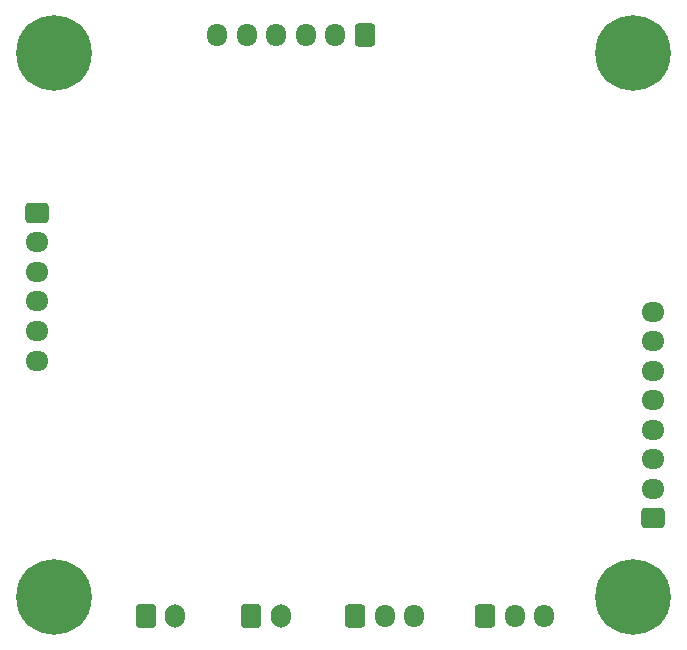
<source format=gbr>
%TF.GenerationSoftware,KiCad,Pcbnew,8.0.5*%
%TF.CreationDate,2024-10-23T11:00:24+02:00*%
%TF.ProjectId,Pojet_V-NOM_KiCAD,506f6a65-745f-4562-9d4e-4f4d5f4b6943,rev?*%
%TF.SameCoordinates,Original*%
%TF.FileFunction,Soldermask,Bot*%
%TF.FilePolarity,Negative*%
%FSLAX46Y46*%
G04 Gerber Fmt 4.6, Leading zero omitted, Abs format (unit mm)*
G04 Created by KiCad (PCBNEW 8.0.5) date 2024-10-23 11:00:24*
%MOMM*%
%LPD*%
G01*
G04 APERTURE LIST*
G04 Aperture macros list*
%AMRoundRect*
0 Rectangle with rounded corners*
0 $1 Rounding radius*
0 $2 $3 $4 $5 $6 $7 $8 $9 X,Y pos of 4 corners*
0 Add a 4 corners polygon primitive as box body*
4,1,4,$2,$3,$4,$5,$6,$7,$8,$9,$2,$3,0*
0 Add four circle primitives for the rounded corners*
1,1,$1+$1,$2,$3*
1,1,$1+$1,$4,$5*
1,1,$1+$1,$6,$7*
1,1,$1+$1,$8,$9*
0 Add four rect primitives between the rounded corners*
20,1,$1+$1,$2,$3,$4,$5,0*
20,1,$1+$1,$4,$5,$6,$7,0*
20,1,$1+$1,$6,$7,$8,$9,0*
20,1,$1+$1,$8,$9,$2,$3,0*%
G04 Aperture macros list end*
%ADD10RoundRect,0.250000X0.725000X-0.600000X0.725000X0.600000X-0.725000X0.600000X-0.725000X-0.600000X0*%
%ADD11O,1.950000X1.700000*%
%ADD12RoundRect,0.250000X-0.600000X-0.725000X0.600000X-0.725000X0.600000X0.725000X-0.600000X0.725000X0*%
%ADD13O,1.700000X1.950000*%
%ADD14C,0.800000*%
%ADD15C,6.400000*%
%ADD16RoundRect,0.250000X-0.600000X-0.750000X0.600000X-0.750000X0.600000X0.750000X-0.600000X0.750000X0*%
%ADD17O,1.700000X2.000000*%
%ADD18RoundRect,0.250000X0.600000X0.725000X-0.600000X0.725000X-0.600000X-0.725000X0.600000X-0.725000X0*%
%ADD19RoundRect,0.250000X-0.725000X0.600000X-0.725000X-0.600000X0.725000X-0.600000X0.725000X0.600000X0*%
G04 APERTURE END LIST*
D10*
%TO.C,J3*%
X95680000Y-84870000D03*
D11*
X95680000Y-82370000D03*
X95680000Y-79870000D03*
X95680000Y-77370000D03*
X95680000Y-74870000D03*
X95680000Y-72370000D03*
X95680000Y-69870000D03*
X95680000Y-67370000D03*
%TD*%
D12*
%TO.C,J4*%
X70500000Y-93150000D03*
D13*
X73000000Y-93150000D03*
X75500000Y-93150000D03*
%TD*%
D14*
%TO.C,H4*%
X91600000Y-45500000D03*
X92302944Y-43802944D03*
X92302944Y-47197056D03*
X94000000Y-43100000D03*
D15*
X94000000Y-45500000D03*
D14*
X94000000Y-47900000D03*
X95697056Y-43802944D03*
X95697056Y-47197056D03*
X96400000Y-45500000D03*
%TD*%
%TO.C,H2*%
X42600000Y-91500000D03*
X43302944Y-89802944D03*
X43302944Y-93197056D03*
X45000000Y-89100000D03*
D15*
X45000000Y-91500000D03*
D14*
X45000000Y-93900000D03*
X46697056Y-89802944D03*
X46697056Y-93197056D03*
X47400000Y-91500000D03*
%TD*%
D16*
%TO.C,BT1*%
X52750000Y-93150000D03*
D17*
X55250000Y-93150000D03*
%TD*%
D16*
%TO.C,J6*%
X61700000Y-93100000D03*
D17*
X64200000Y-93100000D03*
%TD*%
D14*
%TO.C,H3*%
X91600000Y-91500000D03*
X92302944Y-89802944D03*
X92302944Y-93197056D03*
X94000000Y-89100000D03*
D15*
X94000000Y-91500000D03*
D14*
X94000000Y-93900000D03*
X95697056Y-89802944D03*
X95697056Y-93197056D03*
X96400000Y-91500000D03*
%TD*%
D18*
%TO.C,J301*%
X71290000Y-43940000D03*
D13*
X68790000Y-43940000D03*
X66290000Y-43940000D03*
X63790000Y-43940000D03*
X61290000Y-43940000D03*
X58790000Y-43940000D03*
%TD*%
D12*
%TO.C,J5*%
X81500000Y-93150000D03*
D13*
X84000000Y-93150000D03*
X86500000Y-93150000D03*
%TD*%
D19*
%TO.C,J302*%
X43510000Y-59000000D03*
D11*
X43510000Y-61500000D03*
X43510000Y-64000000D03*
X43510000Y-66500000D03*
X43510000Y-69000000D03*
X43510000Y-71500000D03*
%TD*%
D14*
%TO.C,H1*%
X42600000Y-45500000D03*
X43302944Y-43802944D03*
X43302944Y-47197056D03*
X45000000Y-43100000D03*
D15*
X45000000Y-45500000D03*
D14*
X45000000Y-47900000D03*
X46697056Y-43802944D03*
X46697056Y-47197056D03*
X47400000Y-45500000D03*
%TD*%
M02*

</source>
